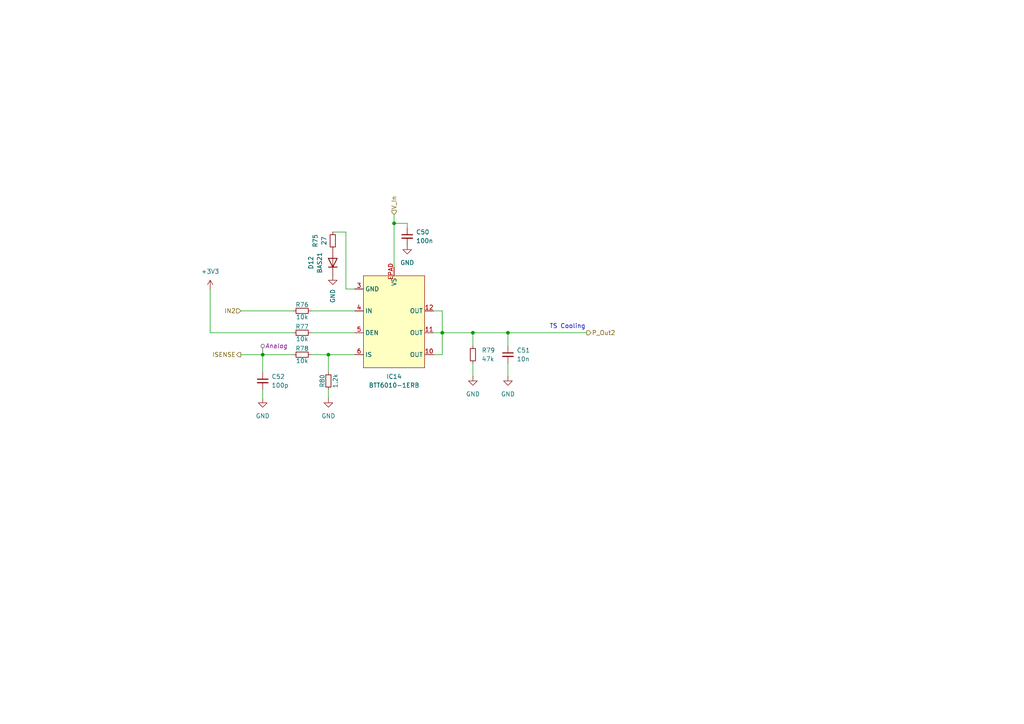
<source format=kicad_sch>
(kicad_sch (version 20231120) (generator "eeschema") (generator_version "8.0")
  (paper "A4")
  (title_block (title "PDU FT25") (date "2024-11-18") (rev "V1.0") (company "Janek Herm") (comment 1 "FaSTTUBe Electronics"))
  (lib_symbols
    (symbol "Device:C_Small" (pin_numbers hide) (pin_names (offset 0.254) hide)
      (property "Reference" "C" (at 0.254 1.778 0))
      (property "Value" "C_Small" (at 0.254 -2.032 0))
      (symbol "C_Small_0_1"
        (polyline (pts (xy -1.524 -0.508) (xy 1.524 -0.508)) (stroke (width 0.3302)))
        (polyline (pts (xy -1.524 0.508) (xy 1.524 0.508)) (stroke (width 0.3048)))
      )
      (symbol "C_Small_1_1"
        (pin passive line (at 0 2.54 270) (length 2.032) (name "~") (number "1"))
        (pin passive line (at 0 -2.54 90) (length 2.032) (name "~") (number "2"))
      )
    )
    (symbol "Device:R_Small" (pin_numbers hide) (pin_names (offset 0.254) hide)
      (property "Reference" "R" (at 0.762 0.508 0))
      (property "Value" "R_Small" (at 0.762 -1.016 0))
      (symbol "R_Small_0_1"
        (rectangle (start -0.762 1.778) (end 0.762 -1.778) (stroke (width 0.2032)))
      )
      (symbol "R_Small_1_1"
        (pin passive line (at 0 2.54 270) (length 0.762) (name "~") (number "1"))
        (pin passive line (at 0 -2.54 90) (length 0.762) (name "~") (number "2"))
      )
    )
    (symbol "Diode:BAS21" (pin_numbers hide) (pin_names hide)
      (property "Reference" "D" (at 0 2.54 0))
      (property "Value" "BAS21" (at 0 -2.54 0))
      (symbol "BAS21_0_1"
        (polyline (pts (xy -1.27 1.27) (xy -1.27 -1.27)) (stroke (width 0.254)))
        (polyline (pts (xy 1.27 0) (xy -1.27 0)))
        (polyline (pts (xy 1.27 1.27) (xy 1.27 -1.27) (xy -1.27 0) (xy 1.27 1.27)) (stroke (width 0.254)))
      )
      (symbol "BAS21_1_1"
        (pin passive line (at 3.81 0 180) (length 2.54) (name "A") (number "1"))
        (pin no_connect line (at -1.27 0 0) (length 2.54) hide (name "NC") (number "2"))
        (pin passive line (at -3.81 0 0) (length 2.54) (name "K") (number "3"))
      )
    )
    (symbol "FaSTTUBe_Power-Switches:BTT6010-1ERB"
      (property "Reference" "IC" (at 0.254 -28.956 0))
      (property "Value" "BTT6010-1ERB" (at 0.508 -30.734 0))
      (symbol "BTT6010-1ERB_1_1"
        (rectangle (start -8.89 -1.27) (end 8.89 -27.94) (fill (type background)))
        (pin passive line (at 11.43 -24.13 180) (length 2.54) (name "OUT") (number "10"))
        (pin passive line (at 11.43 -17.78 180) (length 2.54) (name "OUT") (number "11"))
        (pin power_out line (at 11.43 -11.43 180) (length 2.54) (name "OUT") (number "12"))
        (pin output line (at -11.43 -5.08 0) (length 2.54) (name "GND") (number "3"))
        (pin input line (at -11.43 -11.43 0) (length 2.54) (name "IN") (number "4"))
        (pin input line (at -11.43 -17.78 0) (length 2.54) (name "DEN") (number "5"))
        (pin output line (at -11.43 -24.13 0) (length 2.54) (name "IS") (number "6"))
        (pin input line (at 0 1.27 270) (length 2.54) (name "VS") (number "EPAD"))
      )
    )
    (symbol "power:+3.3V" (power) (pin_numbers hide) (pin_names (offset 0) hide)
      (property "Value" "+3.3V" (at 0 3.556 0))
      (symbol "+3.3V_0_1"
        (polyline (pts (xy -0.762 1.27) (xy 0 2.54)))
        (polyline (pts (xy 0 0) (xy 0 2.54)))
        (polyline (pts (xy 0 2.54) (xy 0.762 1.27)))
      )
      (symbol "+3.3V_1_1"
        (pin power_in line (at 0 0 90) (length 0) (name "~") (number "1"))
      )
    )
    (symbol "power:GND" (power) (pin_numbers hide) (pin_names (offset 0) hide)
      (property "Value" "GND" (at 0 -3.81 0))
      (symbol "GND_0_1"
        (polyline (pts (xy 0 0) (xy 0 -1.27) (xy 1.27 -1.27) (xy 0 -2.54) (xy -1.27 -1.27) (xy 0 -1.27)))
      )
      (symbol "GND_1_1"
        (pin power_in line (at 0 0 270) (length 0) (name "~") (number "1"))
      )
    )
  )
  (junction (at 128.27 96.52))
  (junction (at 76.2 102.87))
  (junction (at 147.32 96.52))
  (junction (at 114.3 64.77))
  (junction (at 95.25 102.87))
  (junction (at 137.16 96.52))
  (wire (pts (xy 128.27 102.87) (xy 128.27 96.52)))
  (wire (pts (xy 114.3 62.23) (xy 114.3 64.77)))
  (wire (pts (xy 90.17 102.87) (xy 95.25 102.87)))
  (wire (pts (xy 147.32 96.52) (xy 170.18 96.52)))
  (wire (pts (xy 100.33 67.31) (xy 100.33 83.82)))
  (wire (pts (xy 118.11 64.77) (xy 118.11 66.04)))
  (wire (pts (xy 95.25 113.03) (xy 95.25 115.57)))
  (wire (pts (xy 114.3 64.77) (xy 114.3 77.47)))
  (wire (pts (xy 76.2 113.03) (xy 76.2 115.57)))
  (wire (pts (xy 95.25 102.87) (xy 102.87 102.87)))
  (wire (pts (xy 76.2 102.87) (xy 85.09 102.87)))
  (wire (pts (xy 69.85 90.17) (xy 85.09 90.17)))
  (wire (pts (xy 137.16 96.52) (xy 147.32 96.52)))
  (wire (pts (xy 69.85 102.87) (xy 76.2 102.87)))
  (wire (pts (xy 90.17 96.52) (xy 102.87 96.52)))
  (wire (pts (xy 147.32 105.41) (xy 147.32 109.22)))
  (wire (pts (xy 100.33 67.31) (xy 96.52 67.31)))
  (wire (pts (xy 137.16 96.52) (xy 137.16 100.33)))
  (wire (pts (xy 147.32 96.52) (xy 147.32 100.33)))
  (wire (pts (xy 90.17 90.17) (xy 102.87 90.17)))
  (wire (pts (xy 60.96 96.52) (xy 60.96 83.82)))
  (wire (pts (xy 100.33 83.82) (xy 102.87 83.82)))
  (wire (pts (xy 118.11 64.77) (xy 114.3 64.77)))
  (wire (pts (xy 125.73 102.87) (xy 128.27 102.87)))
  (wire (pts (xy 137.16 105.41) (xy 137.16 109.22)))
  (wire (pts (xy 125.73 90.17) (xy 128.27 90.17)))
  (wire (pts (xy 95.25 102.87) (xy 95.25 107.95)))
  (wire (pts (xy 125.73 96.52) (xy 128.27 96.52)))
  (wire (pts (xy 128.27 90.17) (xy 128.27 96.52)))
  (wire (pts (xy 76.2 102.87) (xy 76.2 107.95)))
  (wire (pts (xy 60.96 96.52) (xy 85.09 96.52)))
  (wire (pts (xy 128.27 96.52) (xy 137.16 96.52)))
  (text "TS Cooling" (at 164.592 94.742 0) (effects (font (size 1.27 1.27))))
  (hierarchical_label "P_Out2" (shape output) (at 170.18 96.52 0))
  (hierarchical_label "V_In" (shape input) (at 114.3 62.23 90))
  (hierarchical_label "ISENSE" (shape output) (at 69.85 102.87 180))
  (hierarchical_label "IN2" (shape input) (at 69.85 90.17 180))
  (netclass_flag "" (length 2.54) (shape round) (at 76.2 102.87 0) (property "Netclass" "Analog" (at 76.8985 100.33 0) (effects (font (italic yes)) (justify left))))
  (symbol (lib_id "Diode:BAS21") (at 96.52 76.2 90) (unit 1)
    (property "Reference" "D12" (at 90.17 76.2 0))
    (property "Value" "BAS21" (at 92.71 76.2 0))
    (property "Footprint" "Package_TO_SOT_SMD:SOT-23" (effects (hide yes)))
    (property "Datasheet" "https://www.diodes.com/assets/Datasheets/Ds12004.pdf" (effects (hide yes)))
    (property "Description" "250V, 0.4A, High-speed Switching Diode, SOT-23" (effects (hide yes)))
  )
  (symbol (lib_id "power:GND") (at 147.32 109.22 0) (unit 1)
    (property "Reference" "#PWR0109" (effects (hide yes)))
    (property "Value" "GND" (at 147.32 114.3 0))
    (property "Description" "Power symbol creates a global label with name \"GND\" , ground" (effects (hide yes)))
  )
  (symbol (lib_id "Device:R_Small") (at 137.16 102.87 0) (unit 1)
    (property "Reference" "R79" (at 139.7 101.5999 0) (effects (justify left)))
    (property "Value" "47k" (at 139.7 104.1399 0) (effects (justify left)))
    (property "Footprint" "Resistor_SMD:R_0603_1608Metric_Pad0.98x0.95mm_HandSolder" (effects (hide yes)))
    (property "Description" "Resistor, small symbol" (effects (hide yes)))
  )
  (symbol (lib_id "power:GND") (at 76.2 115.57 0) (unit 1)
    (property "Reference" "#PWR0110" (effects (hide yes)))
    (property "Value" "GND" (at 76.2 120.65 0))
    (property "Description" "Power symbol creates a global label with name \"GND\" , ground" (effects (hide yes)))
  )
  (symbol (lib_id "Device:R_Small") (at 95.25 110.49 0) (unit 1)
    (property "Reference" "R80" (at 93.472 110.49 90))
    (property "Value" "1.2k" (at 97.282 110.49 90))
    (property "Footprint" "Resistor_SMD:R_0603_1608Metric_Pad0.98x0.95mm_HandSolder" (effects (hide yes)))
    (property "Description" "Resistor, small symbol" (effects (hide yes)))
  )
  (symbol (lib_id "power:+3.3V") (at 60.96 83.82 0) (unit 1)
    (property "Reference" "#PWR0107" (effects (hide yes)))
    (property "Value" "+3V3" (at 60.96 78.74 0))
    (property "Description" "Power symbol creates a global label with name \"+3.3V\"" (effects (hide yes)))
  )
  (symbol (lib_id "Device:R_Small") (at 87.63 90.17 270) (unit 1)
    (property "Reference" "R76" (at 87.63 88.392 90))
    (property "Value" "10k" (at 87.63 91.948 90))
    (property "Footprint" "Resistor_SMD:R_0603_1608Metric_Pad0.98x0.95mm_HandSolder" (effects (hide yes)))
    (property "Description" "Resistor, small symbol" (effects (hide yes)))
  )
  (symbol (lib_id "power:GND") (at 137.16 109.22 0) (unit 1)
    (property "Reference" "#PWR0108" (effects (hide yes)))
    (property "Value" "GND" (at 137.16 114.3 0))
    (property "Description" "Power symbol creates a global label with name \"GND\" , ground" (effects (hide yes)))
  )
  (symbol (lib_id "Device:C_Small") (at 147.32 102.87 0) (unit 1)
    (property "Reference" "C51" (at 149.86 101.6062 0) (effects (justify left)))
    (property "Value" "10n" (at 149.86 104.1462 0) (effects (justify left)))
    (property "Footprint" "Capacitor_SMD:C_0603_1608Metric_Pad1.08x0.95mm_HandSolder" (effects (hide yes)))
    (property "Description" "Unpolarized capacitor, small symbol" (effects (hide yes)))
  )
  (symbol (lib_id "power:GND") (at 118.11 71.12 0) (unit 1)
    (property "Reference" "#PWR0105" (effects (hide yes)))
    (property "Value" "GND" (at 118.11 76.2 0))
    (property "Description" "Power symbol creates a global label with name \"GND\" , ground" (effects (hide yes)))
  )
  (symbol (lib_id "Device:R_Small") (at 87.63 102.87 270) (unit 1)
    (property "Reference" "R78" (at 87.63 101.092 90))
    (property "Value" "10k" (at 87.63 104.648 90))
    (property "Footprint" "Resistor_SMD:R_0603_1608Metric_Pad0.98x0.95mm_HandSolder" (effects (hide yes)))
    (property "Description" "Resistor, small symbol" (effects (hide yes)))
  )
  (symbol (lib_id "power:GND") (at 96.52 80.01 0) (unit 1)
    (property "Reference" "#PWR0106" (effects (hide yes)))
    (property "Value" "GND" (at 96.5199 83.82 90) (effects (justify right)))
    (property "Description" "Power symbol creates a global label with name \"GND\" , ground" (effects (hide yes)))
  )
  (symbol (lib_id "FaSTTUBe_Power-Switches:BTT6010-1ERB") (at 114.3 78.74 0) (unit 1)
    (property "Reference" "IC14" (at 114.3 109.22 0))
    (property "Value" "BTT6010-1ERB" (at 114.3 111.76 0))
    (property "Footprint" "BTT6010-1ERB:SOIC14_BTT6010-1ERB_INF" (effects (hide yes)))
    (property "Datasheet" "https://www.infineon.com/dgdl/Infineon-BTT6010-1ERB-DS-v01_00-EN.pdf?fileId=5546d46269e1c019016a21e80b080d7a" (effects (hide yes)))
  )
  (symbol (lib_id "Device:R_Small") (at 96.52 69.85 180) (unit 1)
    (property "Reference" "R75" (at 91.44 69.85 90))
    (property "Value" "27" (at 93.98 69.85 90))
    (property "Footprint" "Resistor_SMD:R_0603_1608Metric_Pad0.98x0.95mm_HandSolder" (effects (hide yes)))
    (property "Description" "Resistor, small symbol" (effects (hide yes)))
  )
  (symbol (lib_id "Device:R_Small") (at 87.63 96.52 270) (unit 1)
    (property "Reference" "R77" (at 87.63 94.742 90))
    (property "Value" "10k" (at 87.63 98.298 90))
    (property "Footprint" "Resistor_SMD:R_0603_1608Metric_Pad0.98x0.95mm_HandSolder" (effects (hide yes)))
    (property "Description" "Resistor, small symbol" (effects (hide yes)))
  )
  (symbol (lib_id "Device:C_Small") (at 76.2 110.49 0) (unit 1)
    (property "Reference" "C52" (at 78.74 109.2262 0) (effects (justify left)))
    (property "Value" "100p" (at 78.74 111.7662 0) (effects (justify left)))
    (property "Footprint" "Capacitor_SMD:C_0603_1608Metric_Pad1.08x0.95mm_HandSolder" (effects (hide yes)))
    (property "Description" "Unpolarized capacitor, small symbol" (effects (hide yes)))
  )
  (symbol (lib_id "Device:C_Small") (at 118.11 68.58 0) (unit 1)
    (property "Reference" "C50" (at 120.65 67.3162 0) (effects (justify left)))
    (property "Value" "100n" (at 120.65 69.8562 0) (effects (justify left)))
    (property "Footprint" "Capacitor_SMD:C_0603_1608Metric_Pad1.08x0.95mm_HandSolder" (effects (hide yes)))
    (property "Description" "Unpolarized capacitor, small symbol" (effects (hide yes)))
  )
  (symbol (lib_id "power:GND") (at 95.25 115.57 0) (unit 1)
    (property "Reference" "#PWR0111" (effects (hide yes)))
    (property "Value" "GND" (at 95.25 120.65 0))
    (property "Description" "Power symbol creates a global label with name \"GND\" , ground" (effects (hide yes)))
  )
)
</source>
